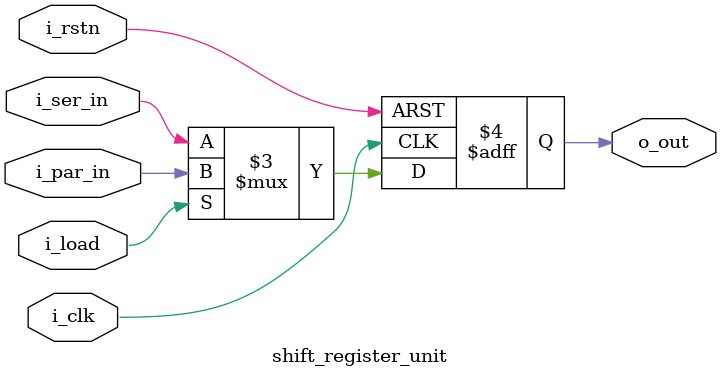
<source format=v>

module shift_register
(	
	output		[7:0]		o_par_out,
	output					o_ser_out,
	input					i_load,
	input					i_ser_in,
	input		[7:0]		i_par_in,
	input					i_clk,
	input					i_rstn
);

	assign					o_ser_out	= o_par_out[7];

`ifdef	BY_GENERATE
	genvar					i;

	generate
		for (i=0; i<8; i=i+1) begin
			shift_register_unit
			u_shift_register_unit(
				.o_out				(o_par_out[i]					),
				.i_load				(i_load							),
				.i_ser_in			(i ? o_par_out[i-1] : i_ser_in	),
				.i_par_in			(i_par_in[i]					),
				.i_clk				(i_clk							),
				.i_rstn				(i_rstn							)
			);
		end
	endgenerate
`else
	shift_register_unit
	u_shift_register_unit_0(
		.o_out				(o_par_out[0]		),
		.i_load				(i_load				),
		.i_ser_in			(i_ser_in			),
		.i_par_in			(i_par_in[0]		),
		.i_clk				(i_clk				),
		.i_rstn				(i_rstn				)
	);

	shift_register_unit
	u_shift_register_unit_1(
		.o_out				(o_par_out[1]		),
		.i_load				(i_load				),
		.i_ser_in			(o_par_out[0]		),
		.i_par_in			(i_par_in[1]		),
		.i_clk				(i_clk				),
		.i_rstn				(i_rstn				)
	);

	shift_register_unit
	u_shift_register_unit_2(
		.o_out				(o_par_out[2]		),
		.i_load				(i_load				),
		.i_ser_in			(o_par_out[1]		),
		.i_par_in			(i_par_in[2]		),
		.i_clk				(i_clk				),
		.i_rstn				(i_rstn				)
	);

	shift_register_unit
	u_shift_register_unit_3(
		.o_out				(o_par_out[3]		),
		.i_load				(i_load				),
		.i_ser_in			(o_par_out[2]		),
		.i_par_in			(i_par_in[3]		),
		.i_clk				(i_clk				),
		.i_rstn				(i_rstn				)
	);

	shift_register_unit
	u_shift_register_unit_4(
		.o_out				(o_par_out[4]		),
		.i_load				(i_load				),
		.i_ser_in			(o_par_out[3]		),
		.i_par_in			(i_par_in[4]		),
		.i_clk				(i_clk				),
		.i_rstn				(i_rstn				)
	);

	shift_register_unit
	u_shift_register_unit_5(
		.o_out				(o_par_out[5]		),
		.i_load				(i_load				),
		.i_ser_in			(o_par_out[4]		),
		.i_par_in			(i_par_in[5]		),
		.i_clk				(i_clk				),
		.i_rstn				(i_rstn				)
	);

	shift_register_unit
	u_shift_register_unit_6(
		.o_out				(o_par_out[6]		),
		.i_load				(i_load				),
		.i_ser_in			(o_par_out[5]		),
		.i_par_in			(i_par_in[6]		),
		.i_clk				(i_clk				),
		.i_rstn				(i_rstn				)
	);

	shift_register_unit
	u_shift_register_unit_7(
		.o_out				(o_par_out[7]		),
		.i_load				(i_load				),
		.i_ser_in			(o_par_out[6]		),
		.i_par_in			(i_par_in[7]		),
		.i_clk				(i_clk				),
		.i_rstn				(i_rstn				)
	);
`endif

endmodule

module shift_register_unit
(	
	output reg				o_out,
	input					i_load,
	input					i_ser_in,
	input					i_par_in,
	input					i_clk,
	input					i_rstn
);

	always @(posedge i_clk or negedge i_rstn) begin
		if(!i_rstn) begin
			o_out	<= 0;
		end else begin
			o_out	<= i_load ? i_par_in : i_ser_in;
		end
	end

endmodule

</source>
